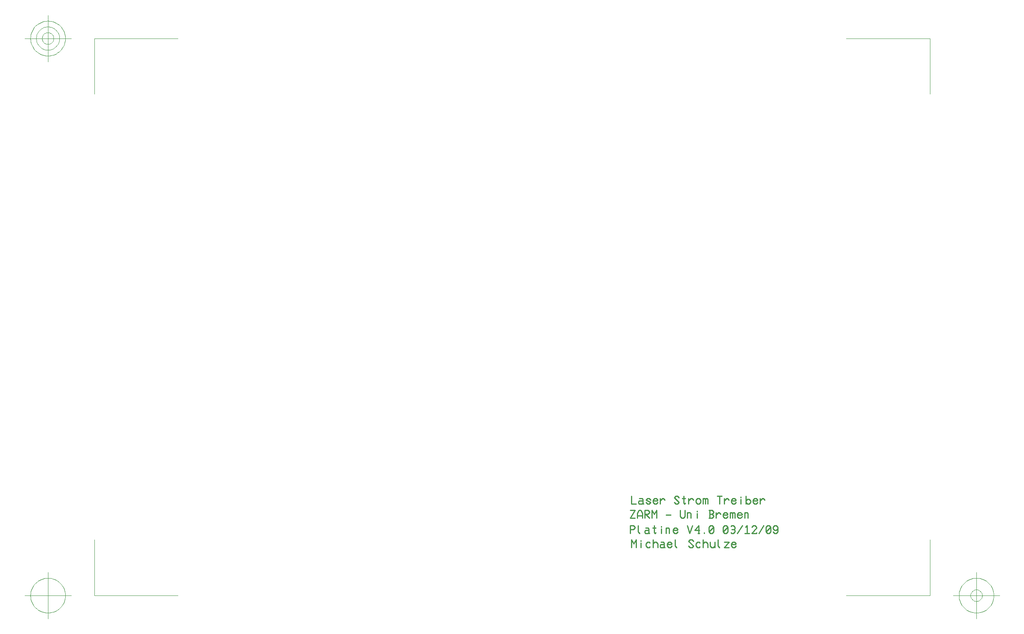
<source format=gbr>
G04 Generated by Ultiboard 10.0 *
%FSLAX25Y25*%
%MOIN*%

%ADD43C,0.01050*%
%ADD22C,0.00394*%


G04 ColorRGB CBCBCB for the following layer *
%LNMechanische Lage 1*%
%LPD*%
%FSLAX25Y25*%
%MOIN*%
G54D43*
X436672Y57325D02*
X440703Y57325D01*
X440703Y57325D02*
X436672Y50576D01*
X436672Y50576D02*
X440703Y50576D01*
X442719Y50576D02*
X442719Y54625D01*
X442719Y54625D02*
X444063Y57325D01*
X444063Y57325D02*
X445407Y57325D01*
X445407Y57325D02*
X446751Y54625D01*
X446751Y54625D02*
X446751Y50576D01*
X442719Y52601D02*
X446751Y52601D01*
X448766Y50576D02*
X448766Y57325D01*
X448766Y57325D02*
X451454Y57325D01*
X451454Y57325D02*
X452798Y55975D01*
X452798Y55975D02*
X452798Y55300D01*
X452798Y55300D02*
X451454Y53951D01*
X451454Y53951D02*
X448766Y53951D01*
X449438Y53951D02*
X452798Y50576D01*
X454814Y50576D02*
X454814Y57325D01*
X454814Y57325D02*
X456829Y53951D01*
X456829Y53951D02*
X458845Y57325D01*
X458845Y57325D02*
X458845Y50576D01*
X466908Y53276D02*
X470940Y53276D01*
X479003Y57325D02*
X479003Y51926D01*
X479003Y51926D02*
X480346Y50576D01*
X480346Y50576D02*
X481690Y50576D01*
X481690Y50576D02*
X483034Y51926D01*
X483034Y51926D02*
X483034Y57325D01*
X485050Y50576D02*
X485050Y54625D01*
X485050Y54625D02*
X485050Y55300D01*
X485050Y54625D02*
X485722Y55300D01*
X485722Y55300D02*
X487066Y55300D01*
X487066Y55300D02*
X487738Y54625D01*
X487738Y54625D02*
X487738Y50576D01*
X493113Y50576D02*
X493113Y54625D01*
X493113Y55975D02*
X493113Y56650D01*
X503192Y50576D02*
X505879Y50576D01*
X505879Y50576D02*
X507223Y51926D01*
X507223Y51926D02*
X507223Y52601D01*
X507223Y52601D02*
X505879Y53951D01*
X505879Y53951D02*
X507223Y55300D01*
X507223Y55300D02*
X507223Y55975D01*
X507223Y55975D02*
X505879Y57325D01*
X505879Y57325D02*
X503864Y57325D01*
X503864Y57325D02*
X503192Y57325D01*
X503864Y53951D02*
X505879Y53951D01*
X503864Y57325D02*
X503864Y50576D01*
X509239Y53276D02*
X511255Y55300D01*
X511255Y55300D02*
X511927Y55300D01*
X511927Y55300D02*
X513270Y53951D01*
X509239Y50576D02*
X509239Y55300D01*
X519318Y51926D02*
X517974Y50576D01*
X517974Y50576D02*
X516630Y50576D01*
X516630Y50576D02*
X515286Y51926D01*
X515286Y51926D02*
X515286Y53951D01*
X515286Y53951D02*
X516630Y55300D01*
X516630Y55300D02*
X517974Y55300D01*
X517974Y55300D02*
X519318Y53951D01*
X519318Y53951D02*
X518646Y53276D01*
X518646Y53276D02*
X515286Y53276D01*
X521333Y50576D02*
X521333Y54625D01*
X521333Y54625D02*
X521333Y55300D01*
X521333Y54625D02*
X522005Y55300D01*
X522005Y55300D02*
X522677Y55300D01*
X522677Y55300D02*
X523349Y54625D01*
X523349Y54625D02*
X524021Y55300D01*
X524021Y55300D02*
X524693Y55300D01*
X524693Y55300D02*
X525365Y54625D01*
X525365Y54625D02*
X525365Y50576D01*
X523349Y54625D02*
X523349Y50576D01*
X531412Y51926D02*
X530068Y50576D01*
X530068Y50576D02*
X528724Y50576D01*
X528724Y50576D02*
X527381Y51926D01*
X527381Y51926D02*
X527381Y53951D01*
X527381Y53951D02*
X528724Y55300D01*
X528724Y55300D02*
X530068Y55300D01*
X530068Y55300D02*
X531412Y53951D01*
X531412Y53951D02*
X530740Y53276D01*
X530740Y53276D02*
X527381Y53276D01*
X533428Y50576D02*
X533428Y54625D01*
X533428Y54625D02*
X533428Y55300D01*
X533428Y54625D02*
X534100Y55300D01*
X534100Y55300D02*
X535444Y55300D01*
X535444Y55300D02*
X536115Y54625D01*
X536115Y54625D02*
X536115Y50576D01*
X436672Y37576D02*
X436672Y44325D01*
X436672Y44325D02*
X439360Y44325D01*
X439360Y44325D02*
X440703Y42975D01*
X440703Y42975D02*
X440703Y42300D01*
X440703Y42300D02*
X439360Y40951D01*
X439360Y40951D02*
X436672Y40951D01*
X443391Y44325D02*
X443391Y38926D01*
X443391Y38926D02*
X444735Y37576D01*
X449438Y42300D02*
X451454Y42300D01*
X451454Y42300D02*
X452126Y41625D01*
X452126Y41625D02*
X452126Y38251D01*
X452126Y38251D02*
X451454Y37576D01*
X451454Y37576D02*
X449438Y37576D01*
X449438Y37576D02*
X448766Y38251D01*
X448766Y38251D02*
X448766Y39601D01*
X448766Y39601D02*
X449438Y40276D01*
X449438Y40276D02*
X452126Y40276D01*
X452126Y38251D02*
X452798Y37576D01*
X458173Y38251D02*
X457501Y37576D01*
X457501Y37576D02*
X456829Y38251D01*
X456829Y38251D02*
X456829Y44325D01*
X455486Y42300D02*
X458173Y42300D01*
X462877Y37576D02*
X462877Y41625D01*
X462877Y42975D02*
X462877Y43650D01*
X466908Y37576D02*
X466908Y41625D01*
X466908Y41625D02*
X466908Y42300D01*
X466908Y41625D02*
X467580Y42300D01*
X467580Y42300D02*
X468924Y42300D01*
X468924Y42300D02*
X469596Y41625D01*
X469596Y41625D02*
X469596Y37576D01*
X476987Y38926D02*
X475643Y37576D01*
X475643Y37576D02*
X474299Y37576D01*
X474299Y37576D02*
X472955Y38926D01*
X472955Y38926D02*
X472955Y40951D01*
X472955Y40951D02*
X474299Y42300D01*
X474299Y42300D02*
X475643Y42300D01*
X475643Y42300D02*
X476987Y40951D01*
X476987Y40951D02*
X476315Y40276D01*
X476315Y40276D02*
X472955Y40276D01*
X485050Y44325D02*
X487066Y37576D01*
X487066Y37576D02*
X489081Y44325D01*
X495129Y40276D02*
X491097Y40276D01*
X491097Y40276D02*
X494457Y44325D01*
X494457Y44325D02*
X494457Y37576D01*
X493785Y37576D02*
X495129Y37576D01*
X499160Y37576D02*
X499160Y38251D01*
X503192Y42975D02*
X504535Y44325D01*
X504535Y44325D02*
X505879Y44325D01*
X505879Y44325D02*
X507223Y42975D01*
X507223Y42975D02*
X507223Y38926D01*
X507223Y38926D02*
X505879Y37576D01*
X505879Y37576D02*
X504535Y37576D01*
X504535Y37576D02*
X503192Y38926D01*
X503192Y38926D02*
X503192Y42975D01*
X507223Y42975D02*
X503192Y38926D01*
X515286Y42975D02*
X516630Y44325D01*
X516630Y44325D02*
X517974Y44325D01*
X517974Y44325D02*
X519318Y42975D01*
X519318Y42975D02*
X519318Y38926D01*
X519318Y38926D02*
X517974Y37576D01*
X517974Y37576D02*
X516630Y37576D01*
X516630Y37576D02*
X515286Y38926D01*
X515286Y38926D02*
X515286Y42975D01*
X519318Y42975D02*
X515286Y38926D01*
X522005Y43650D02*
X522677Y44325D01*
X522677Y44325D02*
X524021Y44325D01*
X524021Y44325D02*
X525365Y42975D01*
X525365Y42975D02*
X525365Y41625D01*
X525365Y41625D02*
X524693Y40951D01*
X524693Y40951D02*
X525365Y40276D01*
X525365Y40276D02*
X525365Y38926D01*
X525365Y38926D02*
X524021Y37576D01*
X524021Y37576D02*
X522677Y37576D01*
X522677Y37576D02*
X522005Y38251D01*
X522677Y40951D02*
X524693Y40951D01*
X531412Y44325D02*
X527381Y37576D01*
X534100Y42975D02*
X535444Y44325D01*
X535444Y44325D02*
X535444Y37576D01*
X533428Y37576D02*
X537459Y37576D01*
X539475Y42975D02*
X540819Y44325D01*
X540819Y44325D02*
X542163Y44325D01*
X542163Y44325D02*
X543507Y42975D01*
X543507Y42975D02*
X543507Y42300D01*
X543507Y42300D02*
X539475Y37576D01*
X539475Y37576D02*
X543507Y37576D01*
X543507Y37576D02*
X543507Y38251D01*
X549554Y44325D02*
X545522Y37576D01*
X551570Y42975D02*
X552913Y44325D01*
X552913Y44325D02*
X554257Y44325D01*
X554257Y44325D02*
X555601Y42975D01*
X555601Y42975D02*
X555601Y38926D01*
X555601Y38926D02*
X554257Y37576D01*
X554257Y37576D02*
X552913Y37576D01*
X552913Y37576D02*
X551570Y38926D01*
X551570Y38926D02*
X551570Y42975D01*
X555601Y42975D02*
X551570Y38926D01*
X557617Y38926D02*
X558961Y37576D01*
X558961Y37576D02*
X560304Y37576D01*
X560304Y37576D02*
X561648Y38926D01*
X561648Y38926D02*
X561648Y41625D01*
X561648Y41625D02*
X561648Y42975D01*
X561648Y42975D02*
X560304Y44325D01*
X560304Y44325D02*
X558961Y44325D01*
X558961Y44325D02*
X557617Y42975D01*
X557617Y42975D02*
X557617Y41625D01*
X557617Y41625D02*
X558961Y40276D01*
X558961Y40276D02*
X560304Y40276D01*
X560304Y40276D02*
X561648Y41625D01*
X437672Y25576D02*
X437672Y32325D01*
X437672Y32325D02*
X439688Y28951D01*
X439688Y28951D02*
X441703Y32325D01*
X441703Y32325D02*
X441703Y25576D01*
X445735Y25576D02*
X445735Y29625D01*
X445735Y30975D02*
X445735Y31650D01*
X453126Y26251D02*
X452454Y25576D01*
X452454Y25576D02*
X451110Y25576D01*
X451110Y25576D02*
X449766Y26926D01*
X449766Y26926D02*
X449766Y28951D01*
X449766Y28951D02*
X451110Y30300D01*
X451110Y30300D02*
X452454Y30300D01*
X452454Y30300D02*
X453126Y29625D01*
X455814Y28951D02*
X457157Y30300D01*
X457157Y30300D02*
X458501Y30300D01*
X458501Y30300D02*
X459845Y28951D01*
X459845Y28951D02*
X459845Y25576D01*
X455814Y32325D02*
X455814Y25576D01*
X462533Y30300D02*
X464549Y30300D01*
X464549Y30300D02*
X465220Y29625D01*
X465220Y29625D02*
X465220Y26251D01*
X465220Y26251D02*
X464549Y25576D01*
X464549Y25576D02*
X462533Y25576D01*
X462533Y25576D02*
X461861Y26251D01*
X461861Y26251D02*
X461861Y27601D01*
X461861Y27601D02*
X462533Y28276D01*
X462533Y28276D02*
X465220Y28276D01*
X465220Y26251D02*
X465892Y25576D01*
X471940Y26926D02*
X470596Y25576D01*
X470596Y25576D02*
X469252Y25576D01*
X469252Y25576D02*
X467908Y26926D01*
X467908Y26926D02*
X467908Y28951D01*
X467908Y28951D02*
X469252Y30300D01*
X469252Y30300D02*
X470596Y30300D01*
X470596Y30300D02*
X471940Y28951D01*
X471940Y28951D02*
X471268Y28276D01*
X471268Y28276D02*
X467908Y28276D01*
X474627Y32325D02*
X474627Y26926D01*
X474627Y26926D02*
X475971Y25576D01*
X486050Y26926D02*
X487394Y25576D01*
X487394Y25576D02*
X488738Y25576D01*
X488738Y25576D02*
X490081Y26926D01*
X490081Y26926D02*
X486050Y30975D01*
X486050Y30975D02*
X487394Y32325D01*
X487394Y32325D02*
X488738Y32325D01*
X488738Y32325D02*
X490081Y30975D01*
X495457Y26251D02*
X494785Y25576D01*
X494785Y25576D02*
X493441Y25576D01*
X493441Y25576D02*
X492097Y26926D01*
X492097Y26926D02*
X492097Y28951D01*
X492097Y28951D02*
X493441Y30300D01*
X493441Y30300D02*
X494785Y30300D01*
X494785Y30300D02*
X495457Y29625D01*
X498144Y28951D02*
X499488Y30300D01*
X499488Y30300D02*
X500832Y30300D01*
X500832Y30300D02*
X502176Y28951D01*
X502176Y28951D02*
X502176Y25576D01*
X498144Y32325D02*
X498144Y25576D01*
X504192Y30300D02*
X504192Y26926D01*
X504192Y26926D02*
X505535Y25576D01*
X505535Y25576D02*
X506879Y25576D01*
X506879Y25576D02*
X508223Y26926D01*
X508223Y26926D02*
X508223Y30300D01*
X508223Y26926D02*
X508223Y25576D01*
X510911Y32325D02*
X510911Y26926D01*
X510911Y26926D02*
X512255Y25576D01*
X516286Y30300D02*
X520318Y30300D01*
X520318Y30300D02*
X516286Y25576D01*
X516286Y25576D02*
X520318Y25576D01*
X526365Y26926D02*
X525021Y25576D01*
X525021Y25576D02*
X523677Y25576D01*
X523677Y25576D02*
X522333Y26926D01*
X522333Y26926D02*
X522333Y28951D01*
X522333Y28951D02*
X523677Y30300D01*
X523677Y30300D02*
X525021Y30300D01*
X525021Y30300D02*
X526365Y28951D01*
X526365Y28951D02*
X525693Y28276D01*
X525693Y28276D02*
X522333Y28276D01*
X437672Y69325D02*
X437672Y62576D01*
X437672Y62576D02*
X441703Y62576D01*
X444391Y67300D02*
X446407Y67300D01*
X446407Y67300D02*
X447079Y66625D01*
X447079Y66625D02*
X447079Y63251D01*
X447079Y63251D02*
X446407Y62576D01*
X446407Y62576D02*
X444391Y62576D01*
X444391Y62576D02*
X443719Y63251D01*
X443719Y63251D02*
X443719Y64601D01*
X443719Y64601D02*
X444391Y65276D01*
X444391Y65276D02*
X447079Y65276D01*
X447079Y63251D02*
X447751Y62576D01*
X449766Y63926D02*
X451110Y62576D01*
X451110Y62576D02*
X452454Y62576D01*
X452454Y62576D02*
X453798Y63926D01*
X453798Y63926D02*
X449766Y65951D01*
X449766Y65951D02*
X451110Y67300D01*
X451110Y67300D02*
X452454Y67300D01*
X452454Y67300D02*
X453798Y65951D01*
X459845Y63926D02*
X458501Y62576D01*
X458501Y62576D02*
X457157Y62576D01*
X457157Y62576D02*
X455814Y63926D01*
X455814Y63926D02*
X455814Y65951D01*
X455814Y65951D02*
X457157Y67300D01*
X457157Y67300D02*
X458501Y67300D01*
X458501Y67300D02*
X459845Y65951D01*
X459845Y65951D02*
X459173Y65276D01*
X459173Y65276D02*
X455814Y65276D01*
X461861Y65276D02*
X463877Y67300D01*
X463877Y67300D02*
X464549Y67300D01*
X464549Y67300D02*
X465892Y65951D01*
X461861Y62576D02*
X461861Y67300D01*
X473955Y63926D02*
X475299Y62576D01*
X475299Y62576D02*
X476643Y62576D01*
X476643Y62576D02*
X477987Y63926D01*
X477987Y63926D02*
X473955Y67975D01*
X473955Y67975D02*
X475299Y69325D01*
X475299Y69325D02*
X476643Y69325D01*
X476643Y69325D02*
X477987Y67975D01*
X483362Y63251D02*
X482690Y62576D01*
X482690Y62576D02*
X482018Y63251D01*
X482018Y63251D02*
X482018Y69325D01*
X480675Y67300D02*
X483362Y67300D01*
X486050Y65276D02*
X488066Y67300D01*
X488066Y67300D02*
X488738Y67300D01*
X488738Y67300D02*
X490081Y65951D01*
X486050Y62576D02*
X486050Y67300D01*
X492097Y63926D02*
X493441Y62576D01*
X493441Y62576D02*
X494785Y62576D01*
X494785Y62576D02*
X496129Y63926D01*
X496129Y63926D02*
X496129Y65951D01*
X496129Y65951D02*
X494785Y67300D01*
X494785Y67300D02*
X493441Y67300D01*
X493441Y67300D02*
X492097Y65951D01*
X492097Y65951D02*
X492097Y63926D01*
X498144Y62576D02*
X498144Y66625D01*
X498144Y66625D02*
X498144Y67300D01*
X498144Y66625D02*
X498816Y67300D01*
X498816Y67300D02*
X499488Y67300D01*
X499488Y67300D02*
X500160Y66625D01*
X500160Y66625D02*
X500832Y67300D01*
X500832Y67300D02*
X501504Y67300D01*
X501504Y67300D02*
X502176Y66625D01*
X502176Y66625D02*
X502176Y62576D01*
X500160Y66625D02*
X500160Y62576D01*
X512255Y62576D02*
X512255Y69325D01*
X510239Y69325D02*
X514270Y69325D01*
X516286Y65276D02*
X518302Y67300D01*
X518302Y67300D02*
X518974Y67300D01*
X518974Y67300D02*
X520318Y65951D01*
X516286Y62576D02*
X516286Y67300D01*
X526365Y63926D02*
X525021Y62576D01*
X525021Y62576D02*
X523677Y62576D01*
X523677Y62576D02*
X522333Y63926D01*
X522333Y63926D02*
X522333Y65951D01*
X522333Y65951D02*
X523677Y67300D01*
X523677Y67300D02*
X525021Y67300D01*
X525021Y67300D02*
X526365Y65951D01*
X526365Y65951D02*
X525693Y65276D01*
X525693Y65276D02*
X522333Y65276D01*
X530396Y62576D02*
X530396Y66625D01*
X530396Y67975D02*
X530396Y68650D01*
X534428Y63926D02*
X535772Y62576D01*
X535772Y62576D02*
X537115Y62576D01*
X537115Y62576D02*
X538459Y63926D01*
X538459Y63926D02*
X538459Y65276D01*
X538459Y65276D02*
X537115Y66625D01*
X537115Y66625D02*
X535772Y66625D01*
X535772Y66625D02*
X534428Y65276D01*
X534428Y69325D02*
X534428Y62576D01*
X544507Y63926D02*
X543163Y62576D01*
X543163Y62576D02*
X541819Y62576D01*
X541819Y62576D02*
X540475Y63926D01*
X540475Y63926D02*
X540475Y65951D01*
X540475Y65951D02*
X541819Y67300D01*
X541819Y67300D02*
X543163Y67300D01*
X543163Y67300D02*
X544507Y65951D01*
X544507Y65951D02*
X543835Y65276D01*
X543835Y65276D02*
X540475Y65276D01*
X546522Y65276D02*
X548538Y67300D01*
X548538Y67300D02*
X549210Y67300D01*
X549210Y67300D02*
X550554Y65951D01*
X546522Y62576D02*
X546522Y67300D01*
G54D22*
X-17512Y-14937D02*
X-17512Y32308D01*
X-17512Y-14937D02*
X53291Y-14937D01*
X690512Y-14937D02*
X619709Y-14937D01*
X690512Y-14937D02*
X690512Y32308D01*
X690512Y457512D02*
X690512Y410267D01*
X690512Y457512D02*
X619709Y457512D01*
X-17512Y457512D02*
X53291Y457512D01*
X-17512Y457512D02*
X-17512Y410267D01*
X-37197Y-14937D02*
X-76567Y-14937D01*
X-56882Y-34622D02*
X-56882Y4748D01*
X-42118Y-14937D02*
X-42189Y-13490D01*
X-42189Y-13490D02*
X-42402Y-12057D01*
X-42402Y-12057D02*
X-42754Y-10651D01*
X-42754Y-10651D02*
X-43242Y-9287D01*
X-43242Y-9287D02*
X-43861Y-7977D01*
X-43861Y-7977D02*
X-44606Y-6735D01*
X-44606Y-6735D02*
X-45469Y-5571D01*
X-45469Y-5571D02*
X-46442Y-4497D01*
X-46442Y-4497D02*
X-47516Y-3524D01*
X-47516Y-3524D02*
X-48680Y-2661D01*
X-48680Y-2661D02*
X-49922Y-1917D01*
X-49922Y-1917D02*
X-51232Y-1297D01*
X-51232Y-1297D02*
X-52596Y-809D01*
X-52596Y-809D02*
X-54002Y-457D01*
X-54002Y-457D02*
X-55435Y-244D01*
X-55435Y-244D02*
X-56882Y-173D01*
X-56882Y-173D02*
X-58329Y-244D01*
X-58329Y-244D02*
X-59762Y-457D01*
X-59762Y-457D02*
X-61168Y-809D01*
X-61168Y-809D02*
X-62532Y-1297D01*
X-62532Y-1297D02*
X-63841Y-1917D01*
X-63841Y-1917D02*
X-65084Y-2661D01*
X-65084Y-2661D02*
X-66248Y-3524D01*
X-66248Y-3524D02*
X-67321Y-4497D01*
X-67321Y-4497D02*
X-68294Y-5571D01*
X-68294Y-5571D02*
X-69158Y-6735D01*
X-69158Y-6735D02*
X-69902Y-7977D01*
X-69902Y-7977D02*
X-70522Y-9287D01*
X-70522Y-9287D02*
X-71010Y-10651D01*
X-71010Y-10651D02*
X-71362Y-12057D01*
X-71362Y-12057D02*
X-71575Y-13490D01*
X-71575Y-13490D02*
X-71646Y-14937D01*
X-71646Y-14937D02*
X-71575Y-16384D01*
X-71575Y-16384D02*
X-71362Y-17817D01*
X-71362Y-17817D02*
X-71010Y-19223D01*
X-71010Y-19223D02*
X-70522Y-20587D01*
X-70522Y-20587D02*
X-69902Y-21897D01*
X-69902Y-21897D02*
X-69158Y-23139D01*
X-69158Y-23139D02*
X-68294Y-24303D01*
X-68294Y-24303D02*
X-67321Y-25377D01*
X-67321Y-25377D02*
X-66248Y-26350D01*
X-66248Y-26350D02*
X-65084Y-27213D01*
X-65084Y-27213D02*
X-63841Y-27957D01*
X-63841Y-27957D02*
X-62532Y-28577D01*
X-62532Y-28577D02*
X-61168Y-29065D01*
X-61168Y-29065D02*
X-59762Y-29417D01*
X-59762Y-29417D02*
X-58329Y-29630D01*
X-58329Y-29630D02*
X-56882Y-29701D01*
X-56882Y-29701D02*
X-55435Y-29630D01*
X-55435Y-29630D02*
X-54002Y-29417D01*
X-54002Y-29417D02*
X-52596Y-29065D01*
X-52596Y-29065D02*
X-51232Y-28577D01*
X-51232Y-28577D02*
X-49922Y-27957D01*
X-49922Y-27957D02*
X-48680Y-27213D01*
X-48680Y-27213D02*
X-47516Y-26350D01*
X-47516Y-26350D02*
X-46442Y-25377D01*
X-46442Y-25377D02*
X-45469Y-24303D01*
X-45469Y-24303D02*
X-44606Y-23139D01*
X-44606Y-23139D02*
X-43861Y-21897D01*
X-43861Y-21897D02*
X-43242Y-20587D01*
X-43242Y-20587D02*
X-42754Y-19223D01*
X-42754Y-19223D02*
X-42402Y-17817D01*
X-42402Y-17817D02*
X-42189Y-16384D01*
X-42189Y-16384D02*
X-42118Y-14937D01*
X710197Y-14937D02*
X749567Y-14937D01*
X729882Y-34622D02*
X729882Y4748D01*
X744646Y-14937D02*
X744575Y-13490D01*
X744575Y-13490D02*
X744362Y-12057D01*
X744362Y-12057D02*
X744010Y-10651D01*
X744010Y-10651D02*
X743522Y-9287D01*
X743522Y-9287D02*
X742902Y-7977D01*
X742902Y-7977D02*
X742158Y-6735D01*
X742158Y-6735D02*
X741294Y-5571D01*
X741294Y-5571D02*
X740321Y-4497D01*
X740321Y-4497D02*
X739248Y-3524D01*
X739248Y-3524D02*
X738084Y-2661D01*
X738084Y-2661D02*
X736841Y-1917D01*
X736841Y-1917D02*
X735532Y-1297D01*
X735532Y-1297D02*
X734168Y-809D01*
X734168Y-809D02*
X732762Y-457D01*
X732762Y-457D02*
X731329Y-244D01*
X731329Y-244D02*
X729882Y-173D01*
X729882Y-173D02*
X728435Y-244D01*
X728435Y-244D02*
X727002Y-457D01*
X727002Y-457D02*
X725596Y-809D01*
X725596Y-809D02*
X724232Y-1297D01*
X724232Y-1297D02*
X722922Y-1917D01*
X722922Y-1917D02*
X721680Y-2661D01*
X721680Y-2661D02*
X720516Y-3524D01*
X720516Y-3524D02*
X719442Y-4497D01*
X719442Y-4497D02*
X718469Y-5571D01*
X718469Y-5571D02*
X717606Y-6735D01*
X717606Y-6735D02*
X716861Y-7977D01*
X716861Y-7977D02*
X716242Y-9287D01*
X716242Y-9287D02*
X715754Y-10651D01*
X715754Y-10651D02*
X715402Y-12057D01*
X715402Y-12057D02*
X715189Y-13490D01*
X715189Y-13490D02*
X715118Y-14937D01*
X715118Y-14937D02*
X715189Y-16384D01*
X715189Y-16384D02*
X715402Y-17817D01*
X715402Y-17817D02*
X715754Y-19223D01*
X715754Y-19223D02*
X716242Y-20587D01*
X716242Y-20587D02*
X716861Y-21897D01*
X716861Y-21897D02*
X717606Y-23139D01*
X717606Y-23139D02*
X718469Y-24303D01*
X718469Y-24303D02*
X719442Y-25377D01*
X719442Y-25377D02*
X720516Y-26350D01*
X720516Y-26350D02*
X721680Y-27213D01*
X721680Y-27213D02*
X722922Y-27957D01*
X722922Y-27957D02*
X724232Y-28577D01*
X724232Y-28577D02*
X725596Y-29065D01*
X725596Y-29065D02*
X727002Y-29417D01*
X727002Y-29417D02*
X728435Y-29630D01*
X728435Y-29630D02*
X729882Y-29701D01*
X729882Y-29701D02*
X731329Y-29630D01*
X731329Y-29630D02*
X732762Y-29417D01*
X732762Y-29417D02*
X734168Y-29065D01*
X734168Y-29065D02*
X735532Y-28577D01*
X735532Y-28577D02*
X736841Y-27957D01*
X736841Y-27957D02*
X738084Y-27213D01*
X738084Y-27213D02*
X739248Y-26350D01*
X739248Y-26350D02*
X740321Y-25377D01*
X740321Y-25377D02*
X741294Y-24303D01*
X741294Y-24303D02*
X742158Y-23139D01*
X742158Y-23139D02*
X742902Y-21897D01*
X742902Y-21897D02*
X743522Y-20587D01*
X743522Y-20587D02*
X744010Y-19223D01*
X744010Y-19223D02*
X744362Y-17817D01*
X744362Y-17817D02*
X744575Y-16384D01*
X744575Y-16384D02*
X744646Y-14937D01*
X734803Y-14937D02*
X734779Y-14455D01*
X734779Y-14455D02*
X734709Y-13977D01*
X734709Y-13977D02*
X734591Y-13508D01*
X734591Y-13508D02*
X734429Y-13054D01*
X734429Y-13054D02*
X734222Y-12617D01*
X734222Y-12617D02*
X733974Y-12203D01*
X733974Y-12203D02*
X733686Y-11815D01*
X733686Y-11815D02*
X733362Y-11457D01*
X733362Y-11457D02*
X733004Y-11133D01*
X733004Y-11133D02*
X732616Y-10845D01*
X732616Y-10845D02*
X732202Y-10597D01*
X732202Y-10597D02*
X731765Y-10390D01*
X731765Y-10390D02*
X731310Y-10228D01*
X731310Y-10228D02*
X730842Y-10110D01*
X730842Y-10110D02*
X730364Y-10039D01*
X730364Y-10039D02*
X729882Y-10016D01*
X729882Y-10016D02*
X729400Y-10039D01*
X729400Y-10039D02*
X728922Y-10110D01*
X728922Y-10110D02*
X728453Y-10228D01*
X728453Y-10228D02*
X727999Y-10390D01*
X727999Y-10390D02*
X727562Y-10597D01*
X727562Y-10597D02*
X727148Y-10845D01*
X727148Y-10845D02*
X726760Y-11133D01*
X726760Y-11133D02*
X726402Y-11457D01*
X726402Y-11457D02*
X726078Y-11815D01*
X726078Y-11815D02*
X725790Y-12203D01*
X725790Y-12203D02*
X725542Y-12617D01*
X725542Y-12617D02*
X725335Y-13054D01*
X725335Y-13054D02*
X725173Y-13508D01*
X725173Y-13508D02*
X725055Y-13977D01*
X725055Y-13977D02*
X724984Y-14455D01*
X724984Y-14455D02*
X724961Y-14937D01*
X724961Y-14937D02*
X724984Y-15419D01*
X724984Y-15419D02*
X725055Y-15897D01*
X725055Y-15897D02*
X725173Y-16366D01*
X725173Y-16366D02*
X725335Y-16820D01*
X725335Y-16820D02*
X725542Y-17257D01*
X725542Y-17257D02*
X725790Y-17671D01*
X725790Y-17671D02*
X726078Y-18059D01*
X726078Y-18059D02*
X726402Y-18417D01*
X726402Y-18417D02*
X726760Y-18741D01*
X726760Y-18741D02*
X727148Y-19029D01*
X727148Y-19029D02*
X727562Y-19277D01*
X727562Y-19277D02*
X727999Y-19484D01*
X727999Y-19484D02*
X728453Y-19646D01*
X728453Y-19646D02*
X728922Y-19764D01*
X728922Y-19764D02*
X729400Y-19835D01*
X729400Y-19835D02*
X729882Y-19858D01*
X729882Y-19858D02*
X730364Y-19835D01*
X730364Y-19835D02*
X730842Y-19764D01*
X730842Y-19764D02*
X731310Y-19646D01*
X731310Y-19646D02*
X731765Y-19484D01*
X731765Y-19484D02*
X732202Y-19277D01*
X732202Y-19277D02*
X732616Y-19029D01*
X732616Y-19029D02*
X733004Y-18741D01*
X733004Y-18741D02*
X733362Y-18417D01*
X733362Y-18417D02*
X733686Y-18059D01*
X733686Y-18059D02*
X733974Y-17671D01*
X733974Y-17671D02*
X734222Y-17257D01*
X734222Y-17257D02*
X734429Y-16820D01*
X734429Y-16820D02*
X734591Y-16366D01*
X734591Y-16366D02*
X734709Y-15897D01*
X734709Y-15897D02*
X734779Y-15419D01*
X734779Y-15419D02*
X734803Y-14937D01*
X-37197Y457512D02*
X-76567Y457512D01*
X-56882Y437827D02*
X-56882Y477197D01*
X-42118Y457512D02*
X-42189Y458959D01*
X-42189Y458959D02*
X-42402Y460392D01*
X-42402Y460392D02*
X-42754Y461798D01*
X-42754Y461798D02*
X-43242Y463162D01*
X-43242Y463162D02*
X-43861Y464471D01*
X-43861Y464471D02*
X-44606Y465714D01*
X-44606Y465714D02*
X-45469Y466878D01*
X-45469Y466878D02*
X-46442Y467951D01*
X-46442Y467951D02*
X-47516Y468924D01*
X-47516Y468924D02*
X-48680Y469787D01*
X-48680Y469787D02*
X-49922Y470532D01*
X-49922Y470532D02*
X-51232Y471152D01*
X-51232Y471152D02*
X-52596Y471640D01*
X-52596Y471640D02*
X-54002Y471992D01*
X-54002Y471992D02*
X-55435Y472205D01*
X-55435Y472205D02*
X-56882Y472276D01*
X-56882Y472276D02*
X-58329Y472205D01*
X-58329Y472205D02*
X-59762Y471992D01*
X-59762Y471992D02*
X-61168Y471640D01*
X-61168Y471640D02*
X-62532Y471152D01*
X-62532Y471152D02*
X-63841Y470532D01*
X-63841Y470532D02*
X-65084Y469787D01*
X-65084Y469787D02*
X-66248Y468924D01*
X-66248Y468924D02*
X-67321Y467951D01*
X-67321Y467951D02*
X-68294Y466878D01*
X-68294Y466878D02*
X-69158Y465714D01*
X-69158Y465714D02*
X-69902Y464471D01*
X-69902Y464471D02*
X-70522Y463162D01*
X-70522Y463162D02*
X-71010Y461798D01*
X-71010Y461798D02*
X-71362Y460392D01*
X-71362Y460392D02*
X-71575Y458959D01*
X-71575Y458959D02*
X-71646Y457512D01*
X-71646Y457512D02*
X-71575Y456065D01*
X-71575Y456065D02*
X-71362Y454632D01*
X-71362Y454632D02*
X-71010Y453226D01*
X-71010Y453226D02*
X-70522Y451862D01*
X-70522Y451862D02*
X-69902Y450552D01*
X-69902Y450552D02*
X-69158Y449310D01*
X-69158Y449310D02*
X-68294Y448146D01*
X-68294Y448146D02*
X-67321Y447072D01*
X-67321Y447072D02*
X-66248Y446099D01*
X-66248Y446099D02*
X-65084Y445236D01*
X-65084Y445236D02*
X-63841Y444491D01*
X-63841Y444491D02*
X-62532Y443872D01*
X-62532Y443872D02*
X-61168Y443384D01*
X-61168Y443384D02*
X-59762Y443032D01*
X-59762Y443032D02*
X-58329Y442819D01*
X-58329Y442819D02*
X-56882Y442748D01*
X-56882Y442748D02*
X-55435Y442819D01*
X-55435Y442819D02*
X-54002Y443032D01*
X-54002Y443032D02*
X-52596Y443384D01*
X-52596Y443384D02*
X-51232Y443872D01*
X-51232Y443872D02*
X-49922Y444491D01*
X-49922Y444491D02*
X-48680Y445236D01*
X-48680Y445236D02*
X-47516Y446099D01*
X-47516Y446099D02*
X-46442Y447072D01*
X-46442Y447072D02*
X-45469Y448146D01*
X-45469Y448146D02*
X-44606Y449310D01*
X-44606Y449310D02*
X-43861Y450552D01*
X-43861Y450552D02*
X-43242Y451862D01*
X-43242Y451862D02*
X-42754Y453226D01*
X-42754Y453226D02*
X-42402Y454632D01*
X-42402Y454632D02*
X-42189Y456065D01*
X-42189Y456065D02*
X-42118Y457512D01*
X-47039Y457512D02*
X-47087Y458477D01*
X-47087Y458477D02*
X-47228Y459432D01*
X-47228Y459432D02*
X-47463Y460369D01*
X-47463Y460369D02*
X-47789Y461278D01*
X-47789Y461278D02*
X-48202Y462152D01*
X-48202Y462152D02*
X-48698Y462980D01*
X-48698Y462980D02*
X-49274Y463756D01*
X-49274Y463756D02*
X-49922Y464472D01*
X-49922Y464472D02*
X-50638Y465120D01*
X-50638Y465120D02*
X-51414Y465696D01*
X-51414Y465696D02*
X-52242Y466192D01*
X-52242Y466192D02*
X-53115Y466605D01*
X-53115Y466605D02*
X-54025Y466931D01*
X-54025Y466931D02*
X-54962Y467165D01*
X-54962Y467165D02*
X-55917Y467307D01*
X-55917Y467307D02*
X-56882Y467354D01*
X-56882Y467354D02*
X-57847Y467307D01*
X-57847Y467307D02*
X-58802Y467165D01*
X-58802Y467165D02*
X-59739Y466931D01*
X-59739Y466931D02*
X-60648Y466605D01*
X-60648Y466605D02*
X-61522Y466192D01*
X-61522Y466192D02*
X-62350Y465696D01*
X-62350Y465696D02*
X-63126Y465120D01*
X-63126Y465120D02*
X-63842Y464472D01*
X-63842Y464472D02*
X-64490Y463756D01*
X-64490Y463756D02*
X-65066Y462980D01*
X-65066Y462980D02*
X-65562Y462152D01*
X-65562Y462152D02*
X-65975Y461278D01*
X-65975Y461278D02*
X-66301Y460369D01*
X-66301Y460369D02*
X-66535Y459432D01*
X-66535Y459432D02*
X-66677Y458477D01*
X-66677Y458477D02*
X-66724Y457512D01*
X-66724Y457512D02*
X-66677Y456547D01*
X-66677Y456547D02*
X-66535Y455592D01*
X-66535Y455592D02*
X-66301Y454655D01*
X-66301Y454655D02*
X-65975Y453745D01*
X-65975Y453745D02*
X-65562Y452872D01*
X-65562Y452872D02*
X-65066Y452044D01*
X-65066Y452044D02*
X-64490Y451268D01*
X-64490Y451268D02*
X-63842Y450552D01*
X-63842Y450552D02*
X-63126Y449903D01*
X-63126Y449903D02*
X-62350Y449328D01*
X-62350Y449328D02*
X-61522Y448831D01*
X-61522Y448831D02*
X-60648Y448419D01*
X-60648Y448419D02*
X-59739Y448093D01*
X-59739Y448093D02*
X-58802Y447858D01*
X-58802Y447858D02*
X-57847Y447717D01*
X-57847Y447717D02*
X-56882Y447669D01*
X-56882Y447669D02*
X-55917Y447717D01*
X-55917Y447717D02*
X-54962Y447858D01*
X-54962Y447858D02*
X-54025Y448093D01*
X-54025Y448093D02*
X-53115Y448419D01*
X-53115Y448419D02*
X-52242Y448831D01*
X-52242Y448831D02*
X-51414Y449328D01*
X-51414Y449328D02*
X-50638Y449903D01*
X-50638Y449903D02*
X-49922Y450552D01*
X-49922Y450552D02*
X-49274Y451268D01*
X-49274Y451268D02*
X-48698Y452044D01*
X-48698Y452044D02*
X-48202Y452872D01*
X-48202Y452872D02*
X-47789Y453745D01*
X-47789Y453745D02*
X-47463Y454655D01*
X-47463Y454655D02*
X-47228Y455592D01*
X-47228Y455592D02*
X-47087Y456547D01*
X-47087Y456547D02*
X-47039Y457512D01*
X-51961Y457512D02*
X-51984Y457994D01*
X-51984Y457994D02*
X-52055Y458472D01*
X-52055Y458472D02*
X-52173Y458940D01*
X-52173Y458940D02*
X-52335Y459395D01*
X-52335Y459395D02*
X-52542Y459832D01*
X-52542Y459832D02*
X-52790Y460246D01*
X-52790Y460246D02*
X-53078Y460634D01*
X-53078Y460634D02*
X-53402Y460992D01*
X-53402Y460992D02*
X-53760Y461316D01*
X-53760Y461316D02*
X-54148Y461604D01*
X-54148Y461604D02*
X-54562Y461852D01*
X-54562Y461852D02*
X-54999Y462058D01*
X-54999Y462058D02*
X-55453Y462221D01*
X-55453Y462221D02*
X-55922Y462339D01*
X-55922Y462339D02*
X-56400Y462409D01*
X-56400Y462409D02*
X-56882Y462433D01*
X-56882Y462433D02*
X-57364Y462409D01*
X-57364Y462409D02*
X-57842Y462339D01*
X-57842Y462339D02*
X-58310Y462221D01*
X-58310Y462221D02*
X-58765Y462058D01*
X-58765Y462058D02*
X-59202Y461852D01*
X-59202Y461852D02*
X-59616Y461604D01*
X-59616Y461604D02*
X-60004Y461316D01*
X-60004Y461316D02*
X-60362Y460992D01*
X-60362Y460992D02*
X-60686Y460634D01*
X-60686Y460634D02*
X-60974Y460246D01*
X-60974Y460246D02*
X-61222Y459832D01*
X-61222Y459832D02*
X-61429Y459395D01*
X-61429Y459395D02*
X-61591Y458940D01*
X-61591Y458940D02*
X-61709Y458472D01*
X-61709Y458472D02*
X-61779Y457994D01*
X-61779Y457994D02*
X-61803Y457512D01*
X-61803Y457512D02*
X-61779Y457029D01*
X-61779Y457029D02*
X-61709Y456552D01*
X-61709Y456552D02*
X-61591Y456083D01*
X-61591Y456083D02*
X-61429Y455629D01*
X-61429Y455629D02*
X-61222Y455192D01*
X-61222Y455192D02*
X-60974Y454778D01*
X-60974Y454778D02*
X-60686Y454390D01*
X-60686Y454390D02*
X-60362Y454032D01*
X-60362Y454032D02*
X-60004Y453708D01*
X-60004Y453708D02*
X-59616Y453420D01*
X-59616Y453420D02*
X-59202Y453172D01*
X-59202Y453172D02*
X-58765Y452965D01*
X-58765Y452965D02*
X-58310Y452802D01*
X-58310Y452802D02*
X-57842Y452685D01*
X-57842Y452685D02*
X-57364Y452614D01*
X-57364Y452614D02*
X-56882Y452591D01*
X-56882Y452591D02*
X-56400Y452614D01*
X-56400Y452614D02*
X-55922Y452685D01*
X-55922Y452685D02*
X-55453Y452802D01*
X-55453Y452802D02*
X-54999Y452965D01*
X-54999Y452965D02*
X-54562Y453172D01*
X-54562Y453172D02*
X-54148Y453420D01*
X-54148Y453420D02*
X-53760Y453708D01*
X-53760Y453708D02*
X-53402Y454032D01*
X-53402Y454032D02*
X-53078Y454390D01*
X-53078Y454390D02*
X-52790Y454778D01*
X-52790Y454778D02*
X-52542Y455192D01*
X-52542Y455192D02*
X-52335Y455629D01*
X-52335Y455629D02*
X-52173Y456083D01*
X-52173Y456083D02*
X-52055Y456552D01*
X-52055Y456552D02*
X-51984Y457029D01*
X-51984Y457029D02*
X-51961Y457512D01*

M00*

</source>
